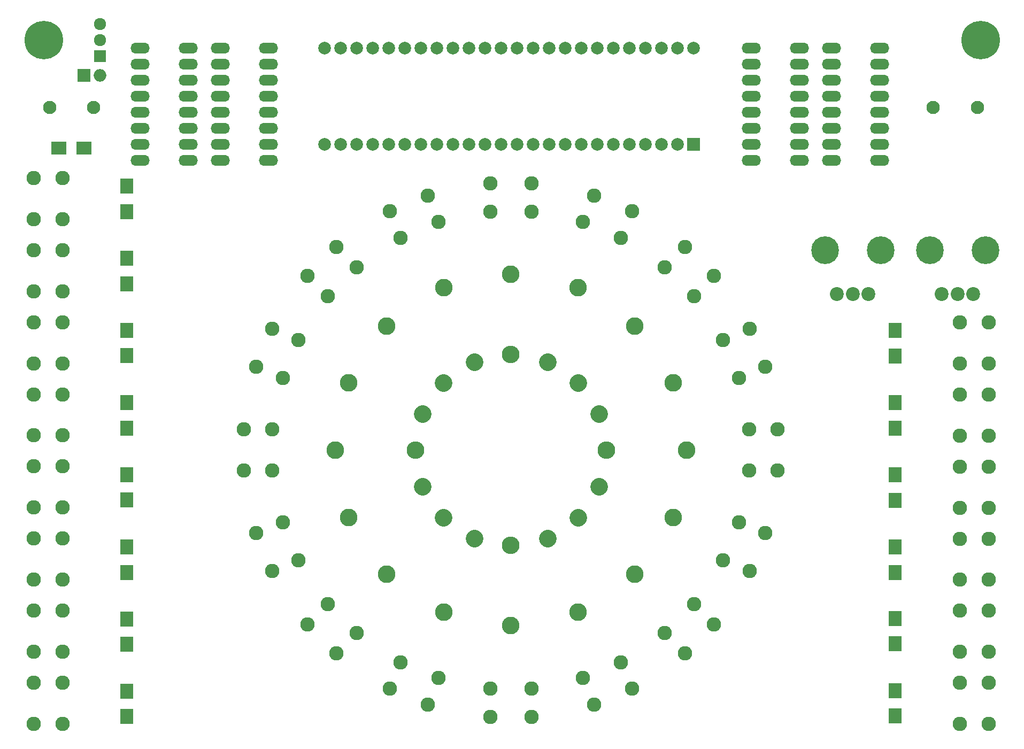
<source format=gbs>
G04 #@! TF.FileFunction,Soldermask,Bot*
%FSLAX46Y46*%
G04 Gerber Fmt 4.6, Leading zero omitted, Abs format (unit mm)*
G04 Created by KiCad (PCBNEW 4.0.6) date 2019 June 20, Thursday 16:13:16*
%MOMM*%
%LPD*%
G01*
G04 APERTURE LIST*
%ADD10C,0.100000*%
%ADD11R,2.000000X2.000000*%
%ADD12O,2.000000X2.000000*%
%ADD13R,2.400000X2.100000*%
%ADD14C,2.200000*%
%ADD15C,4.400000*%
%ADD16C,6.100000*%
%ADD17O,3.041600X1.720800*%
%ADD18C,2.000000*%
%ADD19C,2.100000*%
%ADD20C,2.279600*%
%ADD21C,2.800000*%
%ADD22O,2.800000X2.800000*%
%ADD23C,2.800000*%
%ADD24C,1.920000*%
%ADD25R,1.920000X1.920000*%
%ADD26R,2.100000X2.400000*%
G04 APERTURE END LIST*
D10*
D11*
X78181200Y-44564300D03*
D12*
X80721200Y-44564300D03*
D13*
X78244200Y-56057800D03*
X74244200Y-56057800D03*
D14*
X197450700Y-79171800D03*
X199950700Y-79171800D03*
X202450700Y-79171800D03*
D15*
X195550700Y-72171800D03*
X204350700Y-72171800D03*
D14*
X214024200Y-79171800D03*
X216524200Y-79171800D03*
X219024200Y-79171800D03*
D15*
X212124200Y-72171800D03*
X220924200Y-72171800D03*
D16*
X220167200Y-38912800D03*
D17*
X191511200Y-40182800D03*
X191511200Y-42722800D03*
X191511200Y-45262800D03*
X191511200Y-47802800D03*
X191511200Y-50342800D03*
X191511200Y-52882800D03*
X191511200Y-55422800D03*
X191511200Y-57962800D03*
X183891200Y-57962800D03*
X183891200Y-55422800D03*
X183891200Y-52882800D03*
X183891200Y-50342800D03*
X183891200Y-47802800D03*
X183891200Y-45262800D03*
X183891200Y-42722800D03*
X183891200Y-40182800D03*
D18*
X134061200Y-55422800D03*
X131521200Y-55422800D03*
X128981200Y-55422800D03*
X126441200Y-55422800D03*
X136601200Y-55422800D03*
X139141200Y-55422800D03*
X141681200Y-55422800D03*
X123901200Y-55422800D03*
X121361200Y-55422800D03*
X118821200Y-55422800D03*
X116281200Y-55422800D03*
X116281200Y-40182800D03*
X118821200Y-40182800D03*
X121361200Y-40182800D03*
X123901200Y-40182800D03*
X126441200Y-40182800D03*
X128981200Y-40182800D03*
X131521200Y-40182800D03*
X134061200Y-40182800D03*
X144221200Y-55422800D03*
X146761200Y-55422800D03*
X149301200Y-55422800D03*
X151841200Y-55422800D03*
X154381200Y-55422800D03*
X156921200Y-55422800D03*
X159461200Y-55422800D03*
X162001200Y-55422800D03*
X164541200Y-55422800D03*
X167081200Y-55422800D03*
X169621200Y-55422800D03*
X172161200Y-55422800D03*
D11*
X174701200Y-55422800D03*
D18*
X136601200Y-40182800D03*
X139141200Y-40182800D03*
X141681200Y-40182800D03*
X144221200Y-40182800D03*
X146761200Y-40182800D03*
X149301200Y-40182800D03*
X151841200Y-40182800D03*
X154381200Y-40182800D03*
X156921200Y-40182800D03*
X159461200Y-40182800D03*
X162001200Y-40182800D03*
X164541200Y-40182800D03*
X167081200Y-40182800D03*
X169621200Y-40182800D03*
X172161200Y-40182800D03*
X174701200Y-40182800D03*
D17*
X204211200Y-40182800D03*
X204211200Y-42722800D03*
X204211200Y-45262800D03*
X204211200Y-47802800D03*
X204211200Y-50342800D03*
X204211200Y-52882800D03*
X204211200Y-55422800D03*
X204211200Y-57962800D03*
X196591200Y-57962800D03*
X196591200Y-55422800D03*
X196591200Y-52882800D03*
X196591200Y-50342800D03*
X196591200Y-47802800D03*
X196591200Y-45262800D03*
X196591200Y-42722800D03*
X196591200Y-40182800D03*
X107391200Y-40182800D03*
X107391200Y-42722800D03*
X107391200Y-45262800D03*
X107391200Y-47802800D03*
X107391200Y-50342800D03*
X107391200Y-52882800D03*
X107391200Y-55422800D03*
X107391200Y-57962800D03*
X99771200Y-57962800D03*
X99771200Y-55422800D03*
X99771200Y-52882800D03*
X99771200Y-50342800D03*
X99771200Y-47802800D03*
X99771200Y-45262800D03*
X99771200Y-42722800D03*
X99771200Y-40182800D03*
D19*
X219659200Y-49580800D03*
X212659200Y-49580800D03*
D17*
X94691200Y-40182800D03*
X94691200Y-42722800D03*
X94691200Y-45262800D03*
X94691200Y-47802800D03*
X94691200Y-50342800D03*
X94691200Y-52882800D03*
X94691200Y-55422800D03*
X94691200Y-57962800D03*
X87071200Y-57962800D03*
X87071200Y-55422800D03*
X87071200Y-52882800D03*
X87071200Y-50342800D03*
X87071200Y-47802800D03*
X87071200Y-45262800D03*
X87071200Y-42722800D03*
X87071200Y-40182800D03*
D20*
X142544800Y-141605000D03*
X149047200Y-141605000D03*
X142544800Y-146126200D03*
X149047200Y-146126200D03*
X157234526Y-139976439D03*
X163241960Y-137488079D03*
X158964714Y-144153483D03*
X164972148Y-141665123D03*
X170182840Y-132850331D03*
X174780731Y-128252440D03*
X173379811Y-136047302D03*
X177977702Y-131449411D03*
X179418479Y-121311560D03*
X181906839Y-115304126D03*
X183595523Y-123041748D03*
X186083883Y-117034314D03*
X183535400Y-107116800D03*
X183535400Y-100614400D03*
X188056600Y-107116800D03*
X188056600Y-100614400D03*
X181906839Y-92427074D03*
X179418479Y-86419640D03*
X186083883Y-90696886D03*
X183595523Y-84689452D03*
X174780731Y-79478760D03*
X170182840Y-74880869D03*
X177977702Y-76281789D03*
X173379811Y-71683898D03*
X163241960Y-70243121D03*
X157234526Y-67754761D03*
X164972148Y-66066077D03*
X158964714Y-63577717D03*
X149047200Y-66126200D03*
X142544800Y-66126200D03*
X149047200Y-61605000D03*
X142544800Y-61605000D03*
X134357474Y-67754761D03*
X128350040Y-70243121D03*
X132627286Y-63577717D03*
X126619852Y-66066077D03*
X121409160Y-74880869D03*
X116811269Y-79478760D03*
X118212189Y-71683898D03*
X113614298Y-76281789D03*
X112173521Y-86419640D03*
X109685161Y-92427074D03*
X107996477Y-84689452D03*
X105508117Y-90696886D03*
X108056600Y-100614400D03*
X108056600Y-107116800D03*
X103535400Y-100614400D03*
X103535400Y-107116800D03*
X109685161Y-115304126D03*
X112173521Y-121311560D03*
X105508117Y-117034314D03*
X107996477Y-123041748D03*
X116811269Y-128252440D03*
X121409160Y-132850331D03*
X113614298Y-131449411D03*
X118212189Y-136047302D03*
X128350040Y-137488079D03*
X134357474Y-139976439D03*
X126619852Y-141665123D03*
X132627286Y-144153483D03*
X74808080Y-60777120D03*
X74808080Y-67279520D03*
X70286880Y-60777120D03*
X70286880Y-67279520D03*
X74808080Y-72197120D03*
X74808080Y-78699520D03*
X70286880Y-72197120D03*
X70286880Y-78699520D03*
X74808080Y-83617120D03*
X74808080Y-90119520D03*
X70286880Y-83617120D03*
X70286880Y-90119520D03*
X74808080Y-95037120D03*
X74808080Y-101539520D03*
X70286880Y-95037120D03*
X70286880Y-101539520D03*
X74808080Y-106457120D03*
X74808080Y-112959520D03*
X70286880Y-106457120D03*
X70286880Y-112959520D03*
X74808080Y-117877120D03*
X74808080Y-124379520D03*
X70286880Y-117877120D03*
X70286880Y-124379520D03*
X74808080Y-129297120D03*
X74808080Y-135799520D03*
X70286880Y-129297120D03*
X70286880Y-135799520D03*
X74808080Y-140717120D03*
X74808080Y-147219520D03*
X70286880Y-140717120D03*
X70286880Y-147219520D03*
X216910920Y-90139520D03*
X216910920Y-83637120D03*
X221432120Y-90139520D03*
X221432120Y-83637120D03*
X216910920Y-101559520D03*
X216910920Y-95057120D03*
X221432120Y-101559520D03*
X221432120Y-95057120D03*
X216910920Y-112979520D03*
X216910920Y-106477120D03*
X221432120Y-112979520D03*
X221432120Y-106477120D03*
X216910920Y-124399520D03*
X216910920Y-117897120D03*
X221432120Y-124399520D03*
X221432120Y-117897120D03*
X216910920Y-135819520D03*
X216910920Y-129317120D03*
X221432120Y-135819520D03*
X221432120Y-129317120D03*
X216910920Y-147239520D03*
X216910920Y-140737120D03*
X221432120Y-147239520D03*
X221432120Y-140737120D03*
D21*
X145796000Y-76057600D03*
D22*
X145796000Y-88757600D03*
D21*
X156437661Y-78174358D03*
D23*
X151577581Y-89907628D02*
X151577581Y-89907628D01*
D21*
X165459225Y-84202375D03*
D23*
X156478969Y-93182631D02*
X156478969Y-93182631D01*
D21*
X171487242Y-93223939D03*
D23*
X159753972Y-98084019D02*
X159753972Y-98084019D01*
D21*
X173604000Y-103865600D03*
D22*
X160904000Y-103865600D03*
D21*
X171487242Y-114507261D03*
D23*
X159753972Y-109647181D02*
X159753972Y-109647181D01*
D21*
X165459225Y-123528825D03*
D23*
X156478969Y-114548569D02*
X156478969Y-114548569D01*
D21*
X156437661Y-129556842D03*
D23*
X151577581Y-117823572D02*
X151577581Y-117823572D01*
D21*
X145796000Y-131673600D03*
D22*
X145796000Y-118973600D03*
D21*
X135154339Y-129556842D03*
D23*
X140014419Y-117823572D02*
X140014419Y-117823572D01*
D21*
X126132775Y-123528825D03*
D23*
X135113031Y-114548569D02*
X135113031Y-114548569D01*
D21*
X120104758Y-114507261D03*
D23*
X131838028Y-109647181D02*
X131838028Y-109647181D01*
D21*
X117988000Y-103865600D03*
D22*
X130688000Y-103865600D03*
D21*
X120104758Y-93223939D03*
D23*
X131838028Y-98084019D02*
X131838028Y-98084019D01*
D21*
X126132775Y-84202375D03*
D23*
X135113031Y-93182631D02*
X135113031Y-93182631D01*
D21*
X135154339Y-78174358D03*
D23*
X140014419Y-89907628D02*
X140014419Y-89907628D01*
D16*
X71831200Y-38912800D03*
D19*
X72768700Y-49644300D03*
X79768700Y-49644300D03*
D24*
X80721200Y-38912800D03*
X80721200Y-36372800D03*
D25*
X80721200Y-41452800D03*
D26*
X84975700Y-66090800D03*
X84975700Y-62090800D03*
X84975700Y-77520300D03*
X84975700Y-73520300D03*
X84975700Y-88887300D03*
X84975700Y-84887300D03*
X84975700Y-100380800D03*
X84975700Y-96380800D03*
X84975700Y-111747300D03*
X84975700Y-107747300D03*
X84975700Y-123240800D03*
X84975700Y-119240800D03*
X84975700Y-134607300D03*
X84975700Y-130607300D03*
X84975700Y-146037300D03*
X84975700Y-142037300D03*
X206641700Y-145973800D03*
X206641700Y-141973800D03*
X206641700Y-134543800D03*
X206641700Y-130543800D03*
X206641700Y-123240800D03*
X206641700Y-119240800D03*
X206641700Y-111810800D03*
X206641700Y-107810800D03*
X206641700Y-100380800D03*
X206641700Y-96380800D03*
X206641700Y-88950800D03*
X206641700Y-84950800D03*
M02*

</source>
